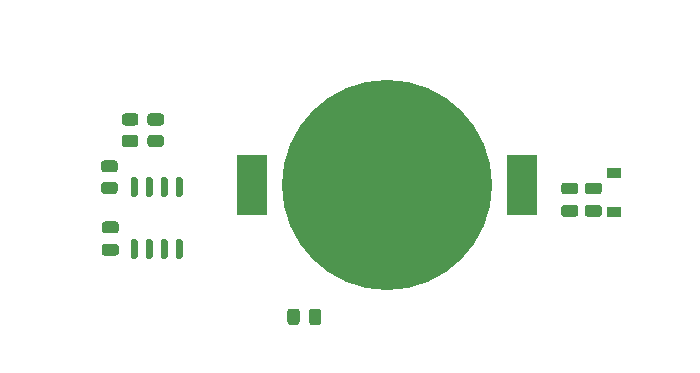
<source format=gbr>
%TF.GenerationSoftware,KiCad,Pcbnew,5.1.9-73d0e3b20d~88~ubuntu20.04.1*%
%TF.CreationDate,2021-02-15T14:30:30+00:00*%
%TF.ProjectId,daughter_board,64617567-6874-4657-925f-626f6172642e,rev?*%
%TF.SameCoordinates,Original*%
%TF.FileFunction,Paste,Bot*%
%TF.FilePolarity,Positive*%
%FSLAX46Y46*%
G04 Gerber Fmt 4.6, Leading zero omitted, Abs format (unit mm)*
G04 Created by KiCad (PCBNEW 5.1.9-73d0e3b20d~88~ubuntu20.04.1) date 2021-02-15 14:30:30*
%MOMM*%
%LPD*%
G01*
G04 APERTURE LIST*
%ADD10R,2.500000X5.100000*%
%ADD11C,17.800000*%
%ADD12R,1.219200X0.914400*%
G04 APERTURE END LIST*
%TO.C,C4*%
G36*
G01*
X153975000Y-108725000D02*
X153025000Y-108725000D01*
G75*
G02*
X152775000Y-108475000I0J250000D01*
G01*
X152775000Y-107975000D01*
G75*
G02*
X153025000Y-107725000I250000J0D01*
G01*
X153975000Y-107725000D01*
G75*
G02*
X154225000Y-107975000I0J-250000D01*
G01*
X154225000Y-108475000D01*
G75*
G02*
X153975000Y-108725000I-250000J0D01*
G01*
G37*
G36*
G01*
X153975000Y-110625000D02*
X153025000Y-110625000D01*
G75*
G02*
X152775000Y-110375000I0J250000D01*
G01*
X152775000Y-109875000D01*
G75*
G02*
X153025000Y-109625000I250000J0D01*
G01*
X153975000Y-109625000D01*
G75*
G02*
X154225000Y-109875000I0J-250000D01*
G01*
X154225000Y-110375000D01*
G75*
G02*
X153975000Y-110625000I-250000J0D01*
G01*
G37*
%TD*%
%TO.C,C1*%
G36*
G01*
X113075000Y-112025000D02*
X112125000Y-112025000D01*
G75*
G02*
X111875000Y-111775000I0J250000D01*
G01*
X111875000Y-111275000D01*
G75*
G02*
X112125000Y-111025000I250000J0D01*
G01*
X113075000Y-111025000D01*
G75*
G02*
X113325000Y-111275000I0J-250000D01*
G01*
X113325000Y-111775000D01*
G75*
G02*
X113075000Y-112025000I-250000J0D01*
G01*
G37*
G36*
G01*
X113075000Y-113925000D02*
X112125000Y-113925000D01*
G75*
G02*
X111875000Y-113675000I0J250000D01*
G01*
X111875000Y-113175000D01*
G75*
G02*
X112125000Y-112925000I250000J0D01*
G01*
X113075000Y-112925000D01*
G75*
G02*
X113325000Y-113175000I0J-250000D01*
G01*
X113325000Y-113675000D01*
G75*
G02*
X113075000Y-113925000I-250000J0D01*
G01*
G37*
%TD*%
D10*
%TO.C,BT1*%
X124575000Y-107925000D03*
X147475000Y-107925000D03*
D11*
X136025000Y-107925000D03*
%TD*%
%TO.C,C6*%
G36*
G01*
X151975000Y-108725000D02*
X151025000Y-108725000D01*
G75*
G02*
X150775000Y-108475000I0J250000D01*
G01*
X150775000Y-107975000D01*
G75*
G02*
X151025000Y-107725000I250000J0D01*
G01*
X151975000Y-107725000D01*
G75*
G02*
X152225000Y-107975000I0J-250000D01*
G01*
X152225000Y-108475000D01*
G75*
G02*
X151975000Y-108725000I-250000J0D01*
G01*
G37*
G36*
G01*
X151975000Y-110625000D02*
X151025000Y-110625000D01*
G75*
G02*
X150775000Y-110375000I0J250000D01*
G01*
X150775000Y-109875000D01*
G75*
G02*
X151025000Y-109625000I250000J0D01*
G01*
X151975000Y-109625000D01*
G75*
G02*
X152225000Y-109875000I0J-250000D01*
G01*
X152225000Y-110375000D01*
G75*
G02*
X151975000Y-110625000I-250000J0D01*
G01*
G37*
%TD*%
%TO.C,R9*%
G36*
G01*
X114725002Y-102900000D02*
X113824998Y-102900000D01*
G75*
G02*
X113575000Y-102650002I0J249998D01*
G01*
X113575000Y-102124998D01*
G75*
G02*
X113824998Y-101875000I249998J0D01*
G01*
X114725002Y-101875000D01*
G75*
G02*
X114975000Y-102124998I0J-249998D01*
G01*
X114975000Y-102650002D01*
G75*
G02*
X114725002Y-102900000I-249998J0D01*
G01*
G37*
G36*
G01*
X114725002Y-104725000D02*
X113824998Y-104725000D01*
G75*
G02*
X113575000Y-104475002I0J249998D01*
G01*
X113575000Y-103949998D01*
G75*
G02*
X113824998Y-103700000I249998J0D01*
G01*
X114725002Y-103700000D01*
G75*
G02*
X114975000Y-103949998I0J-249998D01*
G01*
X114975000Y-104475002D01*
G75*
G02*
X114725002Y-104725000I-249998J0D01*
G01*
G37*
%TD*%
%TO.C,R8*%
G36*
G01*
X116900002Y-102900000D02*
X115999998Y-102900000D01*
G75*
G02*
X115750000Y-102650002I0J249998D01*
G01*
X115750000Y-102124998D01*
G75*
G02*
X115999998Y-101875000I249998J0D01*
G01*
X116900002Y-101875000D01*
G75*
G02*
X117150000Y-102124998I0J-249998D01*
G01*
X117150000Y-102650002D01*
G75*
G02*
X116900002Y-102900000I-249998J0D01*
G01*
G37*
G36*
G01*
X116900002Y-104725000D02*
X115999998Y-104725000D01*
G75*
G02*
X115750000Y-104475002I0J249998D01*
G01*
X115750000Y-103949998D01*
G75*
G02*
X115999998Y-103700000I249998J0D01*
G01*
X116900002Y-103700000D01*
G75*
G02*
X117150000Y-103949998I0J-249998D01*
G01*
X117150000Y-104475002D01*
G75*
G02*
X116900002Y-104725000I-249998J0D01*
G01*
G37*
%TD*%
%TO.C,U1*%
G36*
G01*
X114470000Y-112550000D02*
X114770000Y-112550000D01*
G75*
G02*
X114920000Y-112700000I0J-150000D01*
G01*
X114920000Y-114050000D01*
G75*
G02*
X114770000Y-114200000I-150000J0D01*
G01*
X114470000Y-114200000D01*
G75*
G02*
X114320000Y-114050000I0J150000D01*
G01*
X114320000Y-112700000D01*
G75*
G02*
X114470000Y-112550000I150000J0D01*
G01*
G37*
G36*
G01*
X115740000Y-112550000D02*
X116040000Y-112550000D01*
G75*
G02*
X116190000Y-112700000I0J-150000D01*
G01*
X116190000Y-114050000D01*
G75*
G02*
X116040000Y-114200000I-150000J0D01*
G01*
X115740000Y-114200000D01*
G75*
G02*
X115590000Y-114050000I0J150000D01*
G01*
X115590000Y-112700000D01*
G75*
G02*
X115740000Y-112550000I150000J0D01*
G01*
G37*
G36*
G01*
X117010000Y-112550000D02*
X117310000Y-112550000D01*
G75*
G02*
X117460000Y-112700000I0J-150000D01*
G01*
X117460000Y-114050000D01*
G75*
G02*
X117310000Y-114200000I-150000J0D01*
G01*
X117010000Y-114200000D01*
G75*
G02*
X116860000Y-114050000I0J150000D01*
G01*
X116860000Y-112700000D01*
G75*
G02*
X117010000Y-112550000I150000J0D01*
G01*
G37*
G36*
G01*
X118280000Y-112550000D02*
X118580000Y-112550000D01*
G75*
G02*
X118730000Y-112700000I0J-150000D01*
G01*
X118730000Y-114050000D01*
G75*
G02*
X118580000Y-114200000I-150000J0D01*
G01*
X118280000Y-114200000D01*
G75*
G02*
X118130000Y-114050000I0J150000D01*
G01*
X118130000Y-112700000D01*
G75*
G02*
X118280000Y-112550000I150000J0D01*
G01*
G37*
G36*
G01*
X118280000Y-107300000D02*
X118580000Y-107300000D01*
G75*
G02*
X118730000Y-107450000I0J-150000D01*
G01*
X118730000Y-108800000D01*
G75*
G02*
X118580000Y-108950000I-150000J0D01*
G01*
X118280000Y-108950000D01*
G75*
G02*
X118130000Y-108800000I0J150000D01*
G01*
X118130000Y-107450000D01*
G75*
G02*
X118280000Y-107300000I150000J0D01*
G01*
G37*
G36*
G01*
X117010000Y-107300000D02*
X117310000Y-107300000D01*
G75*
G02*
X117460000Y-107450000I0J-150000D01*
G01*
X117460000Y-108800000D01*
G75*
G02*
X117310000Y-108950000I-150000J0D01*
G01*
X117010000Y-108950000D01*
G75*
G02*
X116860000Y-108800000I0J150000D01*
G01*
X116860000Y-107450000D01*
G75*
G02*
X117010000Y-107300000I150000J0D01*
G01*
G37*
G36*
G01*
X115740000Y-107300000D02*
X116040000Y-107300000D01*
G75*
G02*
X116190000Y-107450000I0J-150000D01*
G01*
X116190000Y-108800000D01*
G75*
G02*
X116040000Y-108950000I-150000J0D01*
G01*
X115740000Y-108950000D01*
G75*
G02*
X115590000Y-108800000I0J150000D01*
G01*
X115590000Y-107450000D01*
G75*
G02*
X115740000Y-107300000I150000J0D01*
G01*
G37*
G36*
G01*
X114470000Y-107300000D02*
X114770000Y-107300000D01*
G75*
G02*
X114920000Y-107450000I0J-150000D01*
G01*
X114920000Y-108800000D01*
G75*
G02*
X114770000Y-108950000I-150000J0D01*
G01*
X114470000Y-108950000D01*
G75*
G02*
X114320000Y-108800000I0J150000D01*
G01*
X114320000Y-107450000D01*
G75*
G02*
X114470000Y-107300000I150000J0D01*
G01*
G37*
%TD*%
D12*
%TO.C,D5*%
X155250000Y-110188300D03*
X155250000Y-106911700D03*
%TD*%
%TO.C,R3*%
G36*
G01*
X112074998Y-107675000D02*
X112975002Y-107675000D01*
G75*
G02*
X113225000Y-107924998I0J-249998D01*
G01*
X113225000Y-108450002D01*
G75*
G02*
X112975002Y-108700000I-249998J0D01*
G01*
X112074998Y-108700000D01*
G75*
G02*
X111825000Y-108450002I0J249998D01*
G01*
X111825000Y-107924998D01*
G75*
G02*
X112074998Y-107675000I249998J0D01*
G01*
G37*
G36*
G01*
X112074998Y-105850000D02*
X112975002Y-105850000D01*
G75*
G02*
X113225000Y-106099998I0J-249998D01*
G01*
X113225000Y-106625002D01*
G75*
G02*
X112975002Y-106875000I-249998J0D01*
G01*
X112074998Y-106875000D01*
G75*
G02*
X111825000Y-106625002I0J249998D01*
G01*
X111825000Y-106099998D01*
G75*
G02*
X112074998Y-105850000I249998J0D01*
G01*
G37*
%TD*%
%TO.C,R2*%
G36*
G01*
X128625000Y-118649998D02*
X128625000Y-119550002D01*
G75*
G02*
X128375002Y-119800000I-249998J0D01*
G01*
X127849998Y-119800000D01*
G75*
G02*
X127600000Y-119550002I0J249998D01*
G01*
X127600000Y-118649998D01*
G75*
G02*
X127849998Y-118400000I249998J0D01*
G01*
X128375002Y-118400000D01*
G75*
G02*
X128625000Y-118649998I0J-249998D01*
G01*
G37*
G36*
G01*
X130450000Y-118649998D02*
X130450000Y-119550002D01*
G75*
G02*
X130200002Y-119800000I-249998J0D01*
G01*
X129674998Y-119800000D01*
G75*
G02*
X129425000Y-119550002I0J249998D01*
G01*
X129425000Y-118649998D01*
G75*
G02*
X129674998Y-118400000I249998J0D01*
G01*
X130200002Y-118400000D01*
G75*
G02*
X130450000Y-118649998I0J-249998D01*
G01*
G37*
%TD*%
M02*

</source>
